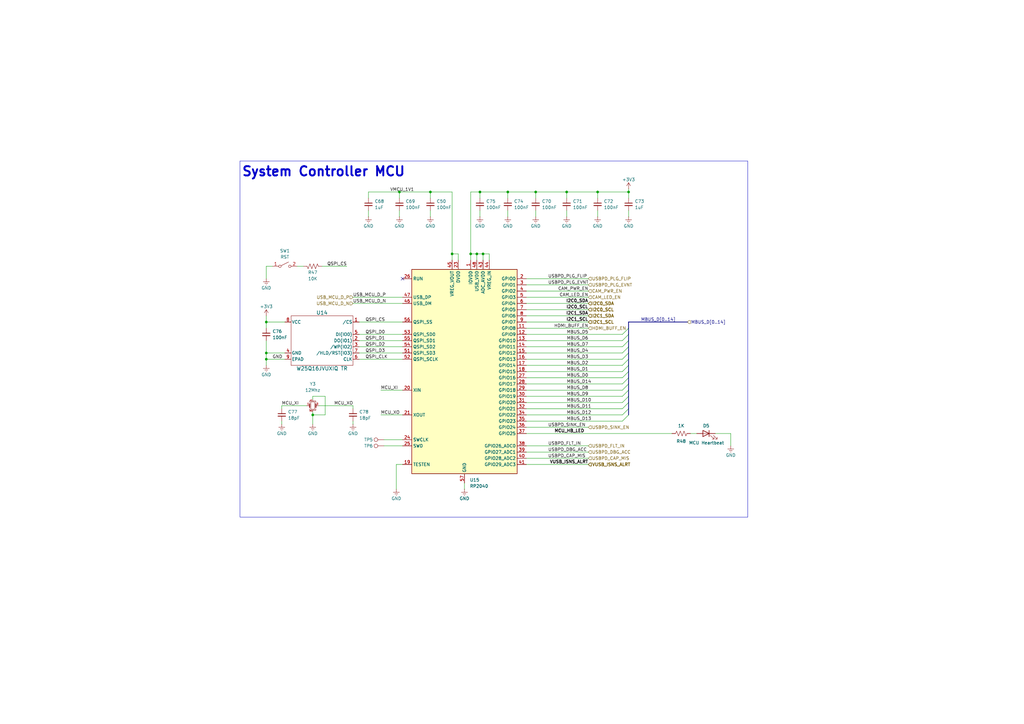
<source format=kicad_sch>
(kicad_sch (version 20231120) (generator "eeschema") (generator_version "8.0")
  (paper "A3")
  (title_block (title "MCU") (date "2024-07-14") (rev "1.0") (company "Drexel University") (comment 1 "Designed by John Hofmeyr"))
  (lib_symbols
    (symbol "Connector:TestPoint" (pin_numbers hide) (pin_names (offset 0.762) hide)
      (property "Reference" "TP" (at 0 6.858 0))
      (property "Value" "TestPoint" (at 0 5.08 0))
      (symbol "TestPoint_0_1"
        (circle (center 0 3.302) (radius 0.762))
      )
      (symbol "TestPoint_1_1"
        (pin passive line (at 0 0 90) (length 2.54) (name "1") (number "1"))
      )
    )
    (symbol "Device:C_Small" (pin_numbers hide) (pin_names (offset 0.254) hide)
      (property "Reference" "C" (at 0.254 1.778 0))
      (property "Value" "C_Small" (at 0.254 -2.032 0))
      (symbol "C_Small_0_1"
        (polyline (pts (xy -1.524 -0.508) (xy 1.524 -0.508)) (stroke (width 0.3302)))
        (polyline (pts (xy -1.524 0.508) (xy 1.524 0.508)) (stroke (width 0.3048)))
      )
      (symbol "C_Small_1_1"
        (pin passive line (at 0 2.54 270) (length 2.032) (name "~") (number "1"))
        (pin passive line (at 0 -2.54 90) (length 2.032) (name "~") (number "2"))
      )
    )
    (symbol "Device:Crystal_GND24_Small" (pin_names (offset 1.016) hide)
      (property "Reference" "Y" (at 1.27 4.445 0))
      (property "Value" "Crystal_GND24_Small" (at 1.27 2.54 0))
      (symbol "Crystal_GND24_Small_0_1"
        (rectangle (start -0.762 -1.524) (end 0.762 1.524))
        (polyline (pts (xy -1.27 -0.762) (xy -1.27 0.762)) (stroke (width 0.381)))
        (polyline (pts (xy 1.27 -0.762) (xy 1.27 0.762)) (stroke (width 0.381)))
        (polyline (pts (xy -1.27 -1.27) (xy -1.27 -1.905) (xy 1.27 -1.905) (xy 1.27 -1.27)))
        (polyline (pts (xy -1.27 1.27) (xy -1.27 1.905) (xy 1.27 1.905) (xy 1.27 1.27)))
      )
      (symbol "Crystal_GND24_Small_1_1"
        (pin passive line (at -2.54 0 0) (length 1.27) (name "1") (number "1"))
        (pin passive line (at 0 -2.54 90) (length 0.635) (name "2") (number "2"))
        (pin passive line (at 2.54 0 180) (length 1.27) (name "3") (number "3"))
        (pin passive line (at 0 2.54 270) (length 0.635) (name "4") (number "4"))
      )
    )
    (symbol "Device:LED" (pin_numbers hide) (pin_names (offset 1.016) hide)
      (property "Reference" "D" (at 0 2.54 0))
      (property "Value" "LED" (at 0 -2.54 0))
      (symbol "LED_0_1"
        (polyline (pts (xy -1.27 -1.27) (xy -1.27 1.27)) (stroke (width 0.254)))
        (polyline (pts (xy -1.27 0) (xy 1.27 0)))
        (polyline (pts (xy 1.27 -1.27) (xy 1.27 1.27) (xy -1.27 0) (xy 1.27 -1.27)) (stroke (width 0.254)))
        (polyline (pts (xy -3.048 -0.762) (xy -4.572 -2.286) (xy -3.81 -2.286) (xy -4.572 -2.286) (xy -4.572 -1.524)))
        (polyline (pts (xy -1.778 -0.762) (xy -3.302 -2.286) (xy -2.54 -2.286) (xy -3.302 -2.286) (xy -3.302 -1.524)))
      )
      (symbol "LED_1_1"
        (pin passive line (at -3.81 0 0) (length 2.54) (name "K") (number "1"))
        (pin passive line (at 3.81 0 180) (length 2.54) (name "A") (number "2"))
      )
    )
    (symbol "Device:R_US" (pin_numbers hide) (pin_names (offset 0))
      (property "Reference" "R" (at 2.54 0 90))
      (property "Value" "R_US" (at -2.54 0 90))
      (symbol "R_US_0_1"
        (polyline (pts (xy 0 -2.286) (xy 0 -2.54)))
        (polyline (pts (xy 0 2.286) (xy 0 2.54)))
        (polyline (pts (xy 0 -0.762) (xy 1.016 -1.143) (xy 0 -1.524) (xy -1.016 -1.905) (xy 0 -2.286)))
        (polyline (pts (xy 0 0.762) (xy 1.016 0.381) (xy 0 0) (xy -1.016 -0.381) (xy 0 -0.762)))
        (polyline (pts (xy 0 2.286) (xy 1.016 1.905) (xy 0 1.524) (xy -1.016 1.143) (xy 0 0.762)))
      )
      (symbol "R_US_1_1"
        (pin passive line (at 0 3.81 270) (length 1.27) (name "~") (number "1"))
        (pin passive line (at 0 -3.81 90) (length 1.27) (name "~") (number "2"))
      )
    )
    (symbol "MCU_RaspberryPi:RP2040"
      (property "Reference" "U" (at 17.78 45.72 0))
      (property "Value" "RP2040" (at 17.78 43.18 0))
      (symbol "RP2040_0_1"
        (rectangle (start -21.59 41.91) (end 21.59 -41.91) (stroke (width 0.254)) (fill (type background)))
      )
      (symbol "RP2040_1_1"
        (pin power_in line (at 2.54 45.72 270) (length 3.81) (name "IOVDD") (number "1"))
        (pin passive line (at 2.54 45.72 270) (length 3.81) hide (name "IOVDD") (number "10"))
        (pin bidirectional line (at 25.4 17.78 180) (length 3.81) (name "GPIO8") (number "11"))
        (pin bidirectional line (at 25.4 15.24 180) (length 3.81) (name "GPIO9") (number "12"))
        (pin bidirectional line (at 25.4 12.7 180) (length 3.81) (name "GPIO10") (number "13"))
        (pin bidirectional line (at 25.4 10.16 180) (length 3.81) (name "GPIO11") (number "14"))
        (pin bidirectional line (at 25.4 7.62 180) (length 3.81) (name "GPIO12") (number "15"))
        (pin bidirectional line (at 25.4 5.08 180) (length 3.81) (name "GPIO13") (number "16"))
        (pin bidirectional line (at 25.4 2.54 180) (length 3.81) (name "GPIO14") (number "17"))
        (pin bidirectional line (at 25.4 0 180) (length 3.81) (name "GPIO15") (number "18"))
        (pin input line (at -25.4 -38.1 0) (length 3.81) (name "TESTEN") (number "19"))
        (pin bidirectional line (at 25.4 38.1 180) (length 3.81) (name "GPIO0") (number "2"))
        (pin input line (at -25.4 -7.62 0) (length 3.81) (name "XIN") (number "20"))
        (pin passive line (at -25.4 -17.78 0) (length 3.81) (name "XOUT") (number "21"))
        (pin passive line (at 2.54 45.72 270) (length 3.81) hide (name "IOVDD") (number "22"))
        (pin power_in line (at -2.54 45.72 270) (length 3.81) (name "DVDD") (number "23"))
        (pin input line (at -25.4 -27.94 0) (length 3.81) (name "SWCLK") (number "24"))
        (pin bidirectional line (at -25.4 -30.48 0) (length 3.81) (name "SWD") (number "25"))
        (pin input line (at -25.4 38.1 0) (length 3.81) (name "RUN") (number "26"))
        (pin bidirectional line (at 25.4 -2.54 180) (length 3.81) (name "GPIO16") (number "27"))
        (pin bidirectional line (at 25.4 -5.08 180) (length 3.81) (name "GPIO17") (number "28"))
        (pin bidirectional line (at 25.4 -7.62 180) (length 3.81) (name "GPIO18") (number "29"))
        (pin bidirectional line (at 25.4 35.56 180) (length 3.81) (name "GPIO1") (number "3"))
        (pin bidirectional line (at 25.4 -10.16 180) (length 3.81) (name "GPIO19") (number "30"))
        (pin bidirectional line (at 25.4 -12.7 180) (length 3.81) (name "GPIO20") (number "31"))
        (pin bidirectional line (at 25.4 -15.24 180) (length 3.81) (name "GPIO21") (number "32"))
        (pin passive line (at 2.54 45.72 270) (length 3.81) hide (name "IOVDD") (number "33"))
        (pin bidirectional line (at 25.4 -17.78 180) (length 3.81) (name "GPIO22") (number "34"))
        (pin bidirectional line (at 25.4 -20.32 180) (length 3.81) (name "GPIO23") (number "35"))
        (pin bidirectional line (at 25.4 -22.86 180) (length 3.81) (name "GPIO24") (number "36"))
        (pin bidirectional line (at 25.4 -25.4 180) (length 3.81) (name "GPIO25") (number "37"))
        (pin bidirectional line (at 25.4 -30.48 180) (length 3.81) (name "GPIO26_ADC0") (number "38"))
        (pin bidirectional line (at 25.4 -33.02 180) (length 3.81) (name "GPIO27_ADC1") (number "39"))
        (pin bidirectional line (at 25.4 33.02 180) (length 3.81) (name "GPIO2") (number "4"))
        (pin bidirectional line (at 25.4 -35.56 180) (length 3.81) (name "GPIO28_ADC2") (number "40"))
        (pin bidirectional line (at 25.4 -38.1 180) (length 3.81) (name "GPIO29_ADC3") (number "41"))
        (pin passive line (at 2.54 45.72 270) (length 3.81) hide (name "IOVDD") (number "42"))
        (pin power_in line (at 7.62 45.72 270) (length 3.81) (name "ADC_AVDD") (number "43"))
        (pin power_in line (at 10.16 45.72 270) (length 3.81) (name "VREG_IN") (number "44"))
        (pin power_out line (at -5.08 45.72 270) (length 3.81) (name "VREG_VOUT") (number "45"))
        (pin bidirectional line (at -25.4 27.94 0) (length 3.81) (name "USB_DM") (number "46"))
        (pin bidirectional line (at -25.4 30.48 0) (length 3.81) (name "USB_DP") (number "47"))
        (pin power_in line (at 5.08 45.72 270) (length 3.81) (name "USB_VDD") (number "48"))
        (pin passive line (at 2.54 45.72 270) (length 3.81) hide (name "IOVDD") (number "49"))
        (pin bidirectional line (at 25.4 30.48 180) (length 3.81) (name "GPIO3") (number "5"))
        (pin passive line (at -2.54 45.72 270) (length 3.81) hide (name "DVDD") (number "50"))
        (pin bidirectional line (at -25.4 7.62 0) (length 3.81) (name "QSPI_SD3") (number "51"))
        (pin output line (at -25.4 5.08 0) (length 3.81) (name "QSPI_SCLK") (number "52"))
        (pin bidirectional line (at -25.4 15.24 0) (length 3.81) (name "QSPI_SD0") (number "53"))
        (pin bidirectional line (at -25.4 10.16 0) (length 3.81) (name "QSPI_SD2") (number "54"))
        (pin bidirectional line (at -25.4 12.7 0) (length 3.81) (name "QSPI_SD1") (number "55"))
        (pin bidirectional line (at -25.4 20.32 0) (length 3.81) (name "QSPI_SS") (number "56"))
        (pin power_in line (at 0 -45.72 90) (length 3.81) (name "GND") (number "57"))
        (pin bidirectional line (at 25.4 27.94 180) (length 3.81) (name "GPIO4") (number "6"))
        (pin bidirectional line (at 25.4 25.4 180) (length 3.81) (name "GPIO5") (number "7"))
        (pin bidirectional line (at 25.4 22.86 180) (length 3.81) (name "GPIO6") (number "8"))
        (pin bidirectional line (at 25.4 20.32 180) (length 3.81) (name "GPIO7") (number "9"))
      )
    )
    (symbol "Memory_Flash:W25Q16JVUXIQ_TR" (pin_names (offset 0.254))
      (property "Reference" "U2" (at 12.7 10.16 0))
      (property "Value" "W25Q16JVUXIQ TR" (at 12.7 7.62 0))
      (symbol "W25Q16JVUXIQ_TR_0_1"
        (pin passive line (at 27.94 2.54 180) (length 2.54) (name "/CS") (number "1"))
        (pin passive line (at 27.94 -5.08 180) (length 2.54) (name "DO(IO1)") (number "2"))
        (pin passive line (at 27.94 -2.54 180) (length 2.54) (name "DI(IO0)") (number "5"))
        (pin passive line (at 27.94 -12.7 180) (length 2.54) (name "CLK") (number "6"))
        (pin passive line (at -2.54 2.54 0) (length 2.54) (name "VCC") (number "8"))
        (pin passive line (at -2.54 -12.7 0) (length 2.54) (name "EPAD") (number "9"))
      )
      (symbol "W25Q16JVUXIQ_TR_1_1"
        (rectangle (start 0 5.08) (end 25.4 -15.24))
        (pin passive line (at 27.94 -7.62 180) (length 2.54) (name "/WP(IO2)") (number "3"))
        (pin passive line (at -2.54 -10.16 0) (length 2.54) (name "GND") (number "4"))
        (pin passive line (at 27.94 -10.16 180) (length 2.54) (name "/HLD/RST(IO3)") (number "7"))
      )
    )
    (symbol "Switch:SW_SPST" (pin_names (offset 0) hide)
      (property "Reference" "SW" (at 0 3.175 0))
      (property "Value" "SW_SPST" (at 0 -2.54 0))
      (symbol "SW_SPST_0_0"
        (circle (center -2.032 0) (radius 0.508))
        (polyline (pts (xy -1.524 0.254) (xy 1.524 1.778)))
        (circle (center 2.032 0) (radius 0.508))
      )
      (symbol "SW_SPST_1_1"
        (pin passive line (at -5.08 0 0) (length 2.54) (name "A") (number "1"))
        (pin passive line (at 5.08 0 180) (length 2.54) (name "B") (number "2"))
      )
    )
    (symbol "power:+3V3" (power) (pin_numbers hide) (pin_names (offset 0) hide)
      (property "Value" "+3V3" (at 0 3.556 0))
      (symbol "+3V3_0_1"
        (polyline (pts (xy -0.762 1.27) (xy 0 2.54)))
        (polyline (pts (xy 0 0) (xy 0 2.54)))
        (polyline (pts (xy 0 2.54) (xy 0.762 1.27)))
      )
      (symbol "+3V3_1_1"
        (pin power_in line (at 0 0 90) (length 0) (name "~") (number "1"))
      )
    )
    (symbol "power:GND" (power) (pin_numbers hide) (pin_names (offset 0) hide)
      (property "Value" "GND" (at 0 -3.81 0))
      (symbol "GND_0_1"
        (polyline (pts (xy -0.635 -1.905) (xy 0.635 -1.905)))
        (polyline (pts (xy -0.127 -2.54) (xy 0.127 -2.54)))
        (polyline (pts (xy 0 -1.27) (xy 0 0)))
        (polyline (pts (xy 1.27 -1.27) (xy -1.27 -1.27)))
      )
      (symbol "GND_1_1"
        (pin power_in line (at 0 0 270) (length 0) (name "~") (number "1"))
      )
    )
  )
  (junction (at 219.71 78.74))
  (junction (at 109.22 132.08))
  (junction (at 185.42 104.14))
  (junction (at 109.22 144.78))
  (junction (at 196.85 78.74))
  (junction (at 198.12 104.14))
  (junction (at 176.53 78.74))
  (junction (at 109.22 147.32))
  (junction (at 128.27 170.18))
  (junction (at 257.81 78.74))
  (junction (at 232.41 78.74))
  (junction (at 208.28 78.74))
  (junction (at 195.58 104.14))
  (junction (at 245.11 78.74))
  (junction (at 193.04 104.14))
  (junction (at 163.83 78.74))
  (no_connect (at 165.1 114.3))
  (bus_entry (at 255.27 139.7) (size 2.54 -2.54))
  (bus_entry (at 255.27 142.24) (size 2.54 -2.54))
  (bus_entry (at 255.27 137.16) (size 2.54 -2.54))
  (bus_entry (at 255.27 144.78) (size 2.54 -2.54))
  (bus_entry (at 255.27 147.32) (size 2.54 -2.54))
  (bus_entry (at 255.27 157.48) (size 2.54 -2.54))
  (bus_entry (at 255.27 165.1) (size 2.54 -2.54))
  (bus_entry (at 255.27 172.72) (size 2.54 -2.54))
  (bus_entry (at 255.27 152.4) (size 2.54 -2.54))
  (bus_entry (at 255.27 170.18) (size 2.54 -2.54))
  (bus_entry (at 255.27 167.64) (size 2.54 -2.54))
  (bus_entry (at 255.27 160.02) (size 2.54 -2.54))
  (bus_entry (at 255.27 149.86) (size 2.54 -2.54))
  (bus_entry (at 255.27 162.56) (size 2.54 -2.54))
  (bus_entry (at 255.27 154.94) (size 2.54 -2.54))
  (wire (pts (xy 133.35 162.56) (xy 133.35 170.18)))
  (wire (pts (xy 215.9 152.4) (xy 255.27 152.4)))
  (wire (pts (xy 215.9 167.64) (xy 255.27 167.64)))
  (wire (pts (xy 163.83 86.36) (xy 163.83 88.9)))
  (wire (pts (xy 198.12 104.14) (xy 195.58 104.14)))
  (wire (pts (xy 245.11 86.36) (xy 245.11 88.9)))
  (wire (pts (xy 195.58 106.68) (xy 195.58 104.14)))
  (wire (pts (xy 128.27 162.56) (xy 133.35 162.56)))
  (wire (pts (xy 196.85 78.74) (xy 208.28 78.74)))
  (wire (pts (xy 109.22 139.7) (xy 109.22 144.78)))
  (wire (pts (xy 215.9 142.24) (xy 255.27 142.24)))
  (wire (pts (xy 163.83 78.74) (xy 176.53 78.74)))
  (bus (pts (xy 257.81 167.64) (xy 257.81 165.1)))
  (wire (pts (xy 147.32 144.78) (xy 165.1 144.78)))
  (wire (pts (xy 215.9 134.62) (xy 241.3 134.62)))
  (wire (pts (xy 215.9 147.32) (xy 255.27 147.32)))
  (wire (pts (xy 215.9 185.42) (xy 241.3 185.42)))
  (wire (pts (xy 162.56 190.5) (xy 162.56 200.66)))
  (wire (pts (xy 215.9 116.84) (xy 241.3 116.84)))
  (wire (pts (xy 196.85 78.74) (xy 196.85 81.28)))
  (wire (pts (xy 165.1 190.5) (xy 162.56 190.5)))
  (wire (pts (xy 116.84 132.08) (xy 109.22 132.08)))
  (wire (pts (xy 193.04 104.14) (xy 193.04 78.74)))
  (wire (pts (xy 115.57 166.37) (xy 115.57 167.64)))
  (wire (pts (xy 128.27 170.18) (xy 128.27 168.91)))
  (wire (pts (xy 109.22 132.08) (xy 109.22 134.62)))
  (bus (pts (xy 257.81 157.48) (xy 257.81 154.94)))
  (wire (pts (xy 215.9 157.48) (xy 255.27 157.48)))
  (wire (pts (xy 156.21 170.18) (xy 165.1 170.18)))
  (bus (pts (xy 257.81 160.02) (xy 257.81 157.48)))
  (bus (pts (xy 257.81 139.7) (xy 257.81 137.16)))
  (wire (pts (xy 130.81 166.37) (xy 144.78 166.37)))
  (bus (pts (xy 257.81 142.24) (xy 257.81 139.7)))
  (wire (pts (xy 283.21 177.8) (xy 285.75 177.8)))
  (bus (pts (xy 257.81 152.4) (xy 257.81 149.86)))
  (wire (pts (xy 215.9 172.72) (xy 255.27 172.72)))
  (wire (pts (xy 241.3 119.38) (xy 215.9 119.38)))
  (wire (pts (xy 232.41 78.74) (xy 232.41 81.28)))
  (wire (pts (xy 215.9 137.16) (xy 255.27 137.16)))
  (wire (pts (xy 163.83 78.74) (xy 163.83 81.28)))
  (wire (pts (xy 293.37 177.8) (xy 299.72 177.8)))
  (bus (pts (xy 257.81 165.1) (xy 257.81 162.56)))
  (wire (pts (xy 257.81 77.47) (xy 257.81 78.74)))
  (wire (pts (xy 208.28 86.36) (xy 208.28 88.9)))
  (wire (pts (xy 232.41 78.74) (xy 245.11 78.74)))
  (wire (pts (xy 157.48 180.34) (xy 165.1 180.34)))
  (wire (pts (xy 208.28 78.74) (xy 208.28 81.28)))
  (wire (pts (xy 215.9 170.18) (xy 255.27 170.18)))
  (wire (pts (xy 144.78 172.72) (xy 144.78 173.99)))
  (wire (pts (xy 198.12 106.68) (xy 198.12 104.14)))
  (wire (pts (xy 128.27 170.18) (xy 128.27 173.99)))
  (wire (pts (xy 200.66 104.14) (xy 198.12 104.14)))
  (wire (pts (xy 245.11 78.74) (xy 245.11 81.28)))
  (wire (pts (xy 128.27 163.83) (xy 128.27 162.56)))
  (wire (pts (xy 215.9 144.78) (xy 255.27 144.78)))
  (wire (pts (xy 257.81 78.74) (xy 257.81 81.28)))
  (wire (pts (xy 147.32 137.16) (xy 165.1 137.16)))
  (wire (pts (xy 257.81 86.36) (xy 257.81 88.9)))
  (bus (pts (xy 257.81 132.08) (xy 281.94 132.08)))
  (wire (pts (xy 151.13 78.74) (xy 151.13 81.28)))
  (wire (pts (xy 115.57 166.37) (xy 125.73 166.37)))
  (wire (pts (xy 219.71 86.36) (xy 219.71 88.9)))
  (wire (pts (xy 132.08 109.22) (xy 142.24 109.22)))
  (wire (pts (xy 147.32 132.08) (xy 165.1 132.08)))
  (wire (pts (xy 190.5 198.12) (xy 190.5 200.66)))
  (wire (pts (xy 245.11 78.74) (xy 257.81 78.74)))
  (wire (pts (xy 215.9 182.88) (xy 241.3 182.88)))
  (wire (pts (xy 157.48 182.88) (xy 165.1 182.88)))
  (wire (pts (xy 196.85 86.36) (xy 196.85 88.9)))
  (wire (pts (xy 215.9 175.26) (xy 241.3 175.26)))
  (wire (pts (xy 195.58 104.14) (xy 193.04 104.14)))
  (wire (pts (xy 147.32 142.24) (xy 165.1 142.24)))
  (wire (pts (xy 156.21 160.02) (xy 165.1 160.02)))
  (wire (pts (xy 215.9 149.86) (xy 255.27 149.86)))
  (wire (pts (xy 176.53 78.74) (xy 185.42 78.74)))
  (wire (pts (xy 187.96 106.68) (xy 187.96 104.14)))
  (wire (pts (xy 115.57 172.72) (xy 115.57 173.99)))
  (wire (pts (xy 109.22 147.32) (xy 116.84 147.32)))
  (wire (pts (xy 215.9 162.56) (xy 255.27 162.56)))
  (wire (pts (xy 215.9 190.5) (xy 241.3 190.5)))
  (wire (pts (xy 215.9 114.3) (xy 241.3 114.3)))
  (wire (pts (xy 215.9 127) (xy 241.3 127)))
  (wire (pts (xy 147.32 147.32) (xy 165.1 147.32)))
  (wire (pts (xy 165.1 121.92) (xy 144.78 121.92)))
  (wire (pts (xy 200.66 106.68) (xy 200.66 104.14)))
  (wire (pts (xy 176.53 86.36) (xy 176.53 88.9)))
  (bus (pts (xy 257.81 144.78) (xy 257.81 142.24)))
  (wire (pts (xy 109.22 109.22) (xy 109.22 114.3)))
  (bus (pts (xy 257.81 170.18) (xy 257.81 167.64)))
  (wire (pts (xy 219.71 78.74) (xy 219.71 81.28)))
  (wire (pts (xy 215.9 132.08) (xy 241.3 132.08)))
  (wire (pts (xy 133.35 170.18) (xy 128.27 170.18)))
  (wire (pts (xy 215.9 139.7) (xy 255.27 139.7)))
  (wire (pts (xy 185.42 104.14) (xy 185.42 78.74)))
  (wire (pts (xy 111.76 109.22) (xy 109.22 109.22)))
  (wire (pts (xy 219.71 78.74) (xy 232.41 78.74)))
  (wire (pts (xy 109.22 147.32) (xy 109.22 149.86)))
  (wire (pts (xy 215.9 177.8) (xy 275.59 177.8)))
  (wire (pts (xy 193.04 78.74) (xy 196.85 78.74)))
  (wire (pts (xy 147.32 139.7) (xy 165.1 139.7)))
  (wire (pts (xy 215.9 187.96) (xy 241.3 187.96)))
  (wire (pts (xy 109.22 129.54) (xy 109.22 132.08)))
  (wire (pts (xy 144.78 166.37) (xy 144.78 167.64)))
  (wire (pts (xy 193.04 106.68) (xy 193.04 104.14)))
  (wire (pts (xy 109.22 144.78) (xy 116.84 144.78)))
  (wire (pts (xy 215.9 124.46) (xy 241.3 124.46)))
  (wire (pts (xy 215.9 160.02) (xy 255.27 160.02)))
  (wire (pts (xy 185.42 104.14) (xy 187.96 104.14)))
  (wire (pts (xy 121.92 109.22) (xy 124.46 109.22)))
  (bus (pts (xy 257.81 147.32) (xy 257.81 144.78)))
  (bus (pts (xy 257.81 134.62) (xy 257.81 132.08)))
  (bus (pts (xy 257.81 162.56) (xy 257.81 160.02)))
  (wire (pts (xy 163.83 78.74) (xy 151.13 78.74)))
  (wire (pts (xy 109.22 144.78) (xy 109.22 147.32)))
  (wire (pts (xy 241.3 121.92) (xy 215.9 121.92)))
  (wire (pts (xy 165.1 124.46) (xy 144.78 124.46)))
  (wire (pts (xy 215.9 129.54) (xy 241.3 129.54)))
  (wire (pts (xy 215.9 165.1) (xy 255.27 165.1)))
  (wire (pts (xy 208.28 78.74) (xy 219.71 78.74)))
  (bus (pts (xy 257.81 137.16) (xy 257.81 134.62)))
  (wire (pts (xy 232.41 86.36) (xy 232.41 88.9)))
  (bus (pts (xy 257.81 149.86) (xy 257.81 147.32)))
  (wire (pts (xy 176.53 78.74) (xy 176.53 81.28)))
  (wire (pts (xy 299.72 177.8) (xy 299.72 182.88)))
  (bus (pts (xy 257.81 154.94) (xy 257.81 152.4)))
  (wire (pts (xy 215.9 154.94) (xy 255.27 154.94)))
  (wire (pts (xy 151.13 86.36) (xy 151.13 88.9)))
  (wire (pts (xy 185.42 106.68) (xy 185.42 104.14)))
  (rectangle (start 98.425 66.04) (end 306.705 212.09))
  (text "System Controller MCU" (at 132.715 70.485 0) (effects (font (size 3.81 3.81) (bold yes))))
  (label "MBUS_D9" (at 232.41 162.56 0))
  (label "USB_MCU_D_P" (at 144.78 121.92 0))
  (label "QSPI_D3" (at 149.86 144.78 0))
  (label "QSPI_CS" (at 142.24 109.22 180))
  (label "I2C1_SDA" (at 241.3 129.54 180) (effects (font (bold yes))))
  (label "CAM_LED_EN" (at 241.3 121.92 180))
  (label "MBUS_D5" (at 232.41 137.16 0))
  (label "HDMI_BUFF_EN" (at 241.3 134.62 180))
  (label "USBPD_PLG_EVNT" (at 224.79 116.84 0))
  (label "QSPI_CLK" (at 149.86 147.32 0))
  (label "USBPD_FLT_IN" (at 224.79 182.88 0))
  (label "QSPI_D1" (at 149.86 139.7 0))
  (label "QSPI_D0" (at 149.86 137.16 0))
  (label "MBUS_D14" (at 232.41 157.48 0))
  (label "USBPD_CAP_MIS" (at 224.79 187.96 0))
  (label "I2C0_SDA" (at 241.3 124.46 180) (effects (font (bold yes))))
  (label "I2C1_SCL" (at 241.3 132.08 180) (effects (font (bold yes))))
  (label "MBUS_D13" (at 232.41 172.72 0))
  (label "MCU_XO" (at 144.78 166.37 180))
  (label "MBUS_D1" (at 232.41 152.4 0))
  (label "MBUS_D[0..14]" (at 262.89 132.08 0))
  (label "MBUS_D4" (at 232.41 144.78 0))
  (label "MBUS_D3" (at 232.41 147.32 0))
  (label "MBUS_D0" (at 232.41 154.94 0))
  (label "MCU_XI" (at 115.57 166.37 0))
  (label "MBUS_D12" (at 232.41 170.18 0))
  (label "VUSB_ISNS_ALRT" (at 241.3 190.5 180) (effects (font (bold yes))))
  (label "QSPI_CS" (at 149.86 132.08 0))
  (label "MCU_XI" (at 156.21 160.02 0))
  (label "USBPD_PLG_FLIP" (at 224.79 114.3 0))
  (label "USBPD_SINK_EN" (at 224.79 175.26 0))
  (label "MCU_XO" (at 156.21 170.18 0))
  (label "MBUS_D2" (at 232.41 149.86 0))
  (label "GND" (at 111.76 147.32 0))
  (label "MBUS_D8" (at 232.41 160.02 0))
  (label "MCU_HB_LED" (at 227.33 177.8 0) (effects (font (bold yes))))
  (label "MBUS_D10" (at 232.41 165.1 0))
  (label "MBUS_D7" (at 232.41 142.24 0))
  (label "USB_MCU_D_N" (at 144.78 124.46 0))
  (label "VMCU_1V1" (at 160.02 78.74 0))
  (label "MBUS_D11" (at 232.41 167.64 0))
  (label "QSPI_D2" (at 149.86 142.24 0))
  (label "USBPD_DBG_ACC" (at 224.79 185.42 0))
  (label "MBUS_D6" (at 232.41 139.7 0))
  (label "CAM_PWR_EN" (at 241.3 119.38 180))
  (label "I2C0_SCL" (at 241.3 127 180) (effects (font (bold yes))))
  (hierarchical_label "CAM_PWR_EN" (shape input) (at 241.3 119.38 0))
  (hierarchical_label "USBPD_DBG_ACC" (shape input) (at 241.3 185.42 0))
  (hierarchical_label "USBPD_CAP_MIS" (shape input) (at 241.3 187.96 0))
  (hierarchical_label "USBPD_PLG_EVNT" (shape input) (at 241.3 116.84 0))
  (hierarchical_label "I2C1_SDA" (shape input) (at 241.3 129.54 0) (effects (font (bold yes))))
  (hierarchical_label "USB_MCU_D_P" (shape input) (at 144.78 121.92 180))
  (hierarchical_label "USB_MCU_D_N" (shape input) (at 144.78 124.46 180))
  (hierarchical_label "CAM_LED_EN" (shape input) (at 241.3 121.92 0))
  (hierarchical_label "MBUS_D[0..14]" (shape input) (at 281.94 132.08 0))
  (hierarchical_label "USBPD_SINK_EN" (shape input) (at 241.3 175.26 0))
  (hierarchical_label "I2C0_SCL" (shape input) (at 241.3 127 0) (effects (font (bold yes))))
  (hierarchical_label "I2C1_SCL" (shape input) (at 241.3 132.08 0) (effects (font (bold yes))))
  (hierarchical_label "HDMI_BUFF_EN" (shape input) (at 241.3 134.62 0))
  (hierarchical_label "USBPD_PLG_FLIP" (shape input) (at 241.3 114.3 0))
  (hierarchical_label "USBPD_FLT_IN" (shape input) (at 241.3 182.88 0))
  (hierarchical_label "VUSB_ISNS_ALRT" (shape input) (at 241.3 190.5 0) (effects (font (bold yes))))
  (hierarchical_label "I2C0_SDA" (shape input) (at 241.3 124.46 0) (effects (font (bold yes))))
  (symbol (lib_id "Memory_Flash:W25Q16JVUXIQ_TR") (at 119.38 134.62 0) (unit 1)
    (property "Reference" "U14" (at 132.08 128.27 0) (effects (font (size 1.524 1.524))))
    (property "Value" "W25Q16JVUXIQ TR" (at 132.08 151.13 0) (effects (font (size 1.524 1.524))))
    (property "Footprint" "IO_Module:USON-8_UX_2x3x0p6_WIN" (effects (hide yes)))
    (property "Datasheet" "https://www.winbond.com/resource-files/w25q16jv%20spi%20revh%2004082019%20plus.pdf" (effects (hide yes)))
  )
  (symbol (lib_id "power:GND") (at 299.72 182.88 0) (unit 1)
    (property "Reference" "#PWR0156" (effects (hide yes)))
    (property "Value" "GND" (at 299.72 186.69 0))
    (property "Description" "Power symbol creates a global label with name \"GND\" , ground" (effects (hide yes)))
  )
  (symbol (lib_id "Device:C_Small") (at 219.71 83.82 0) (unit 1)
    (property "Reference" "C70" (at 222.25 82.5562 0) (effects (justify left)))
    (property "Value" "100nF" (at 222.25 85.0962 0) (effects (justify left)))
    (property "Footprint" "Capacitor_SMD:C_0201_0603Metric" (effects (hide yes)))
    (property "Datasheet" "GRM155R71H104KE14D" (effects (hide yes)))
    (property "Description" "Unpolarized capacitor, small symbol" (effects (hide yes)))
  )
  (symbol (lib_id "MCU_RaspberryPi:RP2040") (at 190.5 152.4 0) (unit 1)
    (property "Reference" "U15" (at 192.6941 196.85 0) (effects (justify left)))
    (property "Value" "RP2040" (at 192.6941 199.39 0) (effects (justify left)))
    (property "Footprint" "Package_DFN_QFN:QFN-56-1EP_7x7mm_P0.4mm_EP3.2x3.2mm" (effects (hide yes)))
    (property "Datasheet" "https://datasheets.raspberrypi.com/rp2040/rp2040-datasheet.pdf" (effects (hide yes)))
    (property "Description" "A microcontroller by Raspberry Pi" (effects (hide yes)))
  )
  (symbol (lib_id "power:GND") (at 109.22 114.3 0) (unit 1)
    (property "Reference" "#PWR0150" (effects (hide yes)))
    (property "Value" "GND" (at 109.22 118.11 0))
    (property "Description" "Power symbol creates a global label with name \"GND\" , ground" (effects (hide yes)))
  )
  (symbol (lib_id "power:GND") (at 208.28 88.9 0) (unit 1)
    (property "Reference" "#PWR0148" (effects (hide yes)))
    (property "Value" "GND" (at 208.28 92.71 0))
    (property "Description" "Power symbol creates a global label with name \"GND\" , ground" (effects (hide yes)))
  )
  (symbol (lib_id "power:GND") (at 257.81 88.9 0) (unit 1)
    (property "Reference" "#PWR0147" (effects (hide yes)))
    (property "Value" "GND" (at 257.81 92.71 0))
    (property "Description" "Power symbol creates a global label with name \"GND\" , ground" (effects (hide yes)))
  )
  (symbol (lib_id "power:+3V3") (at 109.22 129.54 0) (unit 1)
    (property "Reference" "#PWR0151" (effects (hide yes)))
    (property "Value" "+3V3" (at 109.22 125.73 0))
    (property "Description" "Power symbol creates a global label with name \"+3V3\"" (effects (hide yes)))
  )
  (symbol (lib_id "power:GND") (at 151.13 88.9 0) (unit 1)
    (property "Reference" "#PWR0142" (effects (hide yes)))
    (property "Value" "GND" (at 151.13 92.71 0))
    (property "Description" "Power symbol creates a global label with name \"GND\" , ground" (effects (hide yes)))
  )
  (symbol (lib_id "power:GND") (at 144.78 173.99 0) (unit 1)
    (property "Reference" "#PWR0155" (effects (hide yes)))
    (property "Value" "GND" (at 144.78 177.8 0))
    (property "Description" "Power symbol creates a global label with name \"GND\" , ground" (effects (hide yes)))
  )
  (symbol (lib_id "Switch:SW_SPST") (at 116.84 109.22 0) (unit 1)
    (property "Reference" "SW1" (at 116.84 102.87 0))
    (property "Value" "RST" (at 116.84 105.41 0))
    (property "Footprint" "Button_Switch_SMD:SW_Push_SPST_NO_Alps_SKRK" (effects (hide yes)))
    (property "Description" "Single Pole Single Throw (SPST) switch" (effects (hide yes)))
  )
  (symbol (lib_id "power:GND") (at 190.5 200.66 0) (unit 1)
    (property "Reference" "#PWR0158" (effects (hide yes)))
    (property "Value" "GND" (at 190.5 204.47 0))
    (property "Description" "Power symbol creates a global label with name \"GND\" , ground" (effects (hide yes)))
  )
  (symbol (lib_id "Connector:TestPoint") (at 157.48 182.88 90) (unit 1)
    (property "Reference" "TP6" (at 151.13 182.88 90))
    (property "Value" "TestPoint" (effects (hide yes)))
    (property "Footprint" "TestPoint:TestPoint_Pad_D1.0mm" (effects (hide yes)))
    (property "Description" "test point" (effects (hide yes)))
  )
  (symbol (lib_id "power:+3V3") (at 257.81 77.47 0) (unit 1)
    (property "Reference" "#PWR0140" (effects (hide yes)))
    (property "Value" "+3V3" (at 257.81 73.66 0))
    (property "Description" "Power symbol creates a global label with name \"+3V3\"" (effects (hide yes)))
  )
  (symbol (lib_id "power:GND") (at 128.27 173.99 0) (unit 1)
    (property "Reference" "#PWR0154" (effects (hide yes)))
    (property "Value" "GND" (at 128.27 177.8 0))
    (property "Description" "Power symbol creates a global label with name \"GND\" , ground" (effects (hide yes)))
  )
  (symbol (lib_id "Device:C_Small") (at 109.22 137.16 0) (unit 1)
    (property "Reference" "C76" (at 111.76 135.8962 0) (effects (justify left)))
    (property "Value" "100nF" (at 111.76 138.4362 0) (effects (justify left)))
    (property "Footprint" "Capacitor_SMD:C_0201_0603Metric" (effects (hide yes)))
    (property "Datasheet" "GRM155R71H104KE14D" (effects (hide yes)))
    (property "Description" "Unpolarized capacitor, small symbol" (effects (hide yes)))
  )
  (symbol (lib_id "Device:C_Small") (at 176.53 83.82 0) (unit 1)
    (property "Reference" "C50" (at 179.07 82.5562 0) (effects (justify left)))
    (property "Value" "100nF" (at 179.07 85.0962 0) (effects (justify left)))
    (property "Footprint" "Capacitor_SMD:C_0201_0603Metric" (effects (hide yes)))
    (property "Datasheet" "GRM155R71H104KE14D" (effects (hide yes)))
    (property "Description" "Unpolarized capacitor, small symbol" (effects (hide yes)))
  )
  (symbol (lib_id "power:GND") (at 176.53 88.9 0) (unit 1)
    (property "Reference" "#PWR0116" (effects (hide yes)))
    (property "Value" "GND" (at 176.53 92.71 0))
    (property "Description" "Power symbol creates a global label with name \"GND\" , ground" (effects (hide yes)))
  )
  (symbol (lib_id "Device:C_Small") (at 245.11 83.82 0) (unit 1)
    (property "Reference" "C72" (at 247.65 82.5562 0) (effects (justify left)))
    (property "Value" "100nF" (at 247.65 85.0962 0) (effects (justify left)))
    (property "Footprint" "Capacitor_SMD:C_0201_0603Metric" (effects (hide yes)))
    (property "Datasheet" "GRM155R71H104KE14D" (effects (hide yes)))
    (property "Description" "Unpolarized capacitor, small symbol" (effects (hide yes)))
  )
  (symbol (lib_id "Device:LED") (at 289.56 177.8 0) (mirror y) (unit 1)
    (property "Reference" "D5" (at 288.29 174.625 0) (effects (justify right)))
    (property "Value" "MCU Heartbeat" (at 282.575 181.61 0) (effects (justify right)))
    (property "Footprint" "LED_SMD:LED_0603_1608Metric" (effects (hide yes)))
    (property "Description" "Light emitting diode" (effects (hide yes)))
  )
  (symbol (lib_id "Device:C_Small") (at 257.81 83.82 0) (unit 1)
    (property "Reference" "C73" (at 260.35 82.5562 0) (effects (justify left)))
    (property "Value" "1uF" (at 260.35 85.0962 0) (effects (justify left)))
    (property "Footprint" "Capacitor_SMD:C_0201_0603Metric" (effects (hide yes)))
    (property "Datasheet" "GRM155R71H104KE14D" (effects (hide yes)))
    (property "Description" "Unpolarized capacitor, small symbol" (effects (hide yes)))
  )
  (symbol (lib_id "Device:R_US") (at 279.4 177.8 90) (unit 1)
    (property "Reference" "R48" (at 279.4 180.975 90))
    (property "Value" "1K" (at 279.4 174.625 90))
    (property "Footprint" "Resistor_SMD:R_0201_0603Metric" (effects (hide yes)))
    (property "Description" "Resistor, US symbol" (effects (hide yes)))
  )
  (symbol (lib_id "power:GND") (at 232.41 88.9 0) (unit 1)
    (property "Reference" "#PWR0145" (effects (hide yes)))
    (property "Value" "GND" (at 232.41 92.71 0))
    (property "Description" "Power symbol creates a global label with name \"GND\" , ground" (effects (hide yes)))
  )
  (symbol (lib_id "Device:C_Small") (at 232.41 83.82 0) (unit 1)
    (property "Reference" "C71" (at 234.95 82.5562 0) (effects (justify left)))
    (property "Value" "100nF" (at 234.95 85.0962 0) (effects (justify left)))
    (property "Footprint" "Capacitor_SMD:C_0201_0603Metric" (effects (hide yes)))
    (property "Datasheet" "GRM155R71H104KE14D" (effects (hide yes)))
    (property "Description" "Unpolarized capacitor, small symbol" (effects (hide yes)))
  )
  (symbol (lib_id "power:GND") (at 219.71 88.9 0) (unit 1)
    (property "Reference" "#PWR0144" (effects (hide yes)))
    (property "Value" "GND" (at 219.71 92.71 0))
    (property "Description" "Power symbol creates a global label with name \"GND\" , ground" (effects (hide yes)))
  )
  (symbol (lib_id "power:GND") (at 245.11 88.9 0) (unit 1)
    (property "Reference" "#PWR0146" (effects (hide yes)))
    (property "Value" "GND" (at 245.11 92.71 0))
    (property "Description" "Power symbol creates a global label with name \"GND\" , ground" (effects (hide yes)))
  )
  (symbol (lib_id "Device:C_Small") (at 208.28 83.82 0) (unit 1)
    (property "Reference" "C74" (at 210.82 82.5562 0) (effects (justify left)))
    (property "Value" "100nF" (at 210.82 85.0962 0) (effects (justify left)))
    (property "Footprint" "Capacitor_SMD:C_0201_0603Metric" (effects (hide yes)))
    (property "Datasheet" "GRM155R71H104KE14D" (effects (hide yes)))
    (property "Description" "Unpolarized capacitor, small symbol" (effects (hide yes)))
  )
  (symbol (lib_id "power:GND") (at 162.56 200.66 0) (unit 1)
    (property "Reference" "#PWR0157" (effects (hide yes)))
    (property "Value" "GND" (at 162.56 204.47 0))
    (property "Description" "Power symbol creates a global label with name \"GND\" , ground" (effects (hide yes)))
  )
  (symbol (lib_id "power:GND") (at 196.85 88.9 0) (unit 1)
    (property "Reference" "#PWR0149" (effects (hide yes)))
    (property "Value" "GND" (at 196.85 92.71 0))
    (property "Description" "Power symbol creates a global label with name \"GND\" , ground" (effects (hide yes)))
  )
  (symbol (lib_id "Device:C_Small") (at 196.85 83.82 0) (unit 1)
    (property "Reference" "C75" (at 199.39 82.5562 0) (effects (justify left)))
    (property "Value" "100nF" (at 199.39 85.0962 0) (effects (justify left)))
    (property "Footprint" "Capacitor_SMD:C_0201_0603Metric" (effects (hide yes)))
    (property "Datasheet" "GRM155R71H104KE14D" (effects (hide yes)))
    (property "Description" "Unpolarized capacitor, small symbol" (effects (hide yes)))
  )
  (symbol (lib_id "Device:C_Small") (at 151.13 83.82 0) (unit 1)
    (property "Reference" "C68" (at 153.67 82.5562 0) (effects (justify left)))
    (property "Value" "1uF" (at 153.67 85.0962 0) (effects (justify left)))
    (property "Footprint" "Capacitor_SMD:C_0201_0603Metric" (effects (hide yes)))
    (property "Datasheet" "GRM155R71H104KE14D" (effects (hide yes)))
    (property "Description" "Unpolarized capacitor, small symbol" (effects (hide yes)))
  )
  (symbol (lib_id "Device:R_US") (at 128.27 109.22 270) (mirror x) (unit 1)
    (property "Reference" "R47" (at 128.27 111.76 90))
    (property "Value" "10K" (at 128.27 114.3 90))
    (property "Footprint" "Resistor_SMD:R_0201_0603Metric" (effects (hide yes)))
    (property "Datasheet" "https://www.yageo.com/upload/media/product/products/datasheet/rchip/PYu-RC_Group_51_RoHS_L_12.pdf" (effects (hide yes)))
    (property "Description" "Resistor, US symbol" (effects (hide yes)))
    (property "MPN" "RC0402JR-0710KL" (effects (hide yes)))
  )
  (symbol (lib_id "Device:C_Small") (at 115.57 170.18 0) (unit 1)
    (property "Reference" "C77" (at 118.11 168.9162 0) (effects (justify left)))
    (property "Value" "18pF" (at 118.11 171.4562 0) (effects (justify left)))
    (property "Footprint" "Capacitor_SMD:C_0201_0603Metric" (effects (hide yes)))
    (property "Description" "Unpolarized capacitor, small symbol" (effects (hide yes)))
  )
  (symbol (lib_id "Device:C_Small") (at 144.78 170.18 0) (unit 1)
    (property "Reference" "C78" (at 147.32 168.9162 0) (effects (justify left)))
    (property "Value" "18pF" (at 147.32 171.4562 0) (effects (justify left)))
    (property "Footprint" "Capacitor_SMD:C_0201_0603Metric" (effects (hide yes)))
    (property "Description" "Unpolarized capacitor, small symbol" (effects (hide yes)))
  )
  (symbol (lib_id "power:GND") (at 109.22 149.86 0) (unit 1)
    (property "Reference" "#PWR0152" (effects (hide yes)))
    (property "Value" "GND" (at 109.22 153.67 0))
    (property "Description" "Power symbol creates a global label with name \"GND\" , ground" (effects (hide yes)))
  )
  (symbol (lib_id "power:GND") (at 115.57 173.99 0) (unit 1)
    (property "Reference" "#PWR0153" (effects (hide yes)))
    (property "Value" "GND" (at 115.57 177.8 0))
    (property "Description" "Power symbol creates a global label with name \"GND\" , ground" (effects (hide yes)))
  )
  (symbol (lib_id "Device:Crystal_GND24_Small") (at 128.27 166.37 0) (unit 1)
    (property "Reference" "Y3" (at 128.27 157.48 0))
    (property "Value" "12Mhz" (at 128.27 160.02 0))
    (property "Footprint" "Oscillator:Oscillator_SMD_Abracon_ASE-4Pin_3.2x2.5mm" (effects (hide yes)))
    (property "Datasheet" "https://abracon.com/Resonators/abm8.pdf" (effects (hide yes)))
    (property "Description" "Four pin crystal, GND on pins 2 and 4, small symbol" (effects (hide yes)))
  )
  (symbol (lib_id "power:GND") (at 163.83 88.9 0) (unit 1)
    (property "Reference" "#PWR0143" (effects (hide yes)))
    (property "Value" "GND" (at 163.83 92.71 0))
    (property "Description" "Power symbol creates a global label with name \"GND\" , ground" (effects (hide yes)))
  )
  (symbol (lib_id "Device:C_Small") (at 163.83 83.82 0) (unit 1)
    (property "Reference" "C69" (at 166.37 82.5562 0) (effects (justify left)))
    (property "Value" "100nF" (at 166.37 85.0962 0) (effects (justify left)))
    (property "Footprint" "Capacitor_SMD:C_0201_0603Metric" (effects (hide yes)))
    (property "Datasheet" "GRM155R71H104KE14D" (effects (hide yes)))
    (property "Description" "Unpolarized capacitor, small symbol" (effects (hide yes)))
  )
  (symbol (lib_id "Connector:TestPoint") (at 157.48 180.34 90) (unit 1)
    (property "Reference" "TP5" (at 151.13 180.34 90))
    (property "Value" "TestPoint" (effects (hide yes)))
    (property "Footprint" "TestPoint:TestPoint_Pad_D1.0mm" (effects (hide yes)))
    (property "Description" "test point" (effects (hide yes)))
  )
)
</source>
